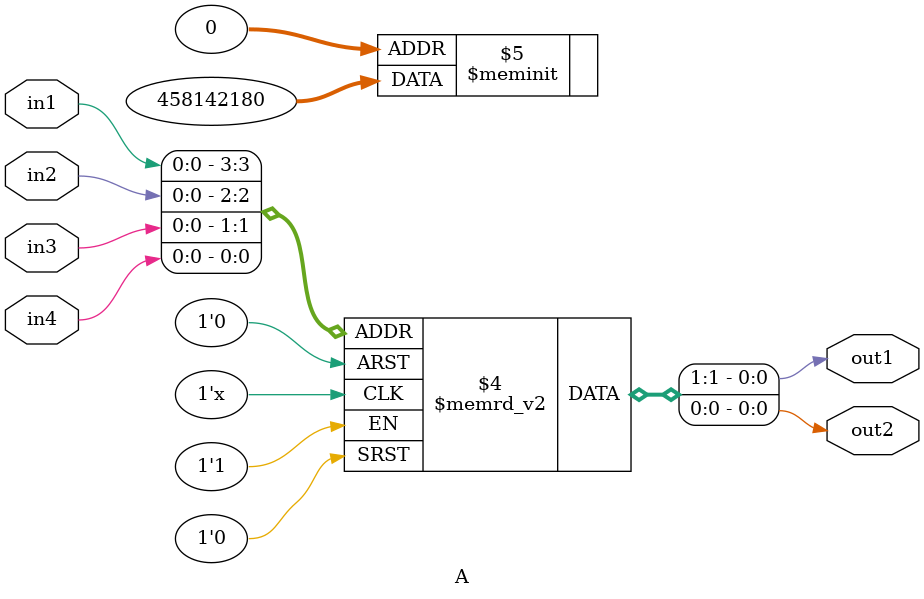
<source format=v>
module A(output out1, out2,  input in1, in2, in3, in4);
  reg r_out;
  assign out = r_out;
  always@(in1,in2,in3,in4)
    begin
      case({in1,in2,in3,in4})
        4'b0000: {out1,out2} = 2'b00;
        4'b0001: {out1,out2} = 2'b01;
        4'b0010: {out1,out2} = 2'b10;
        4'b0011: {out1,out2} = 2'b11;
        4'b0100: {out1,out2} = 2'b01;
        4'b0101: {out1,out2} = 2'b00;
        4'b0110: {out1,out2} = 2'b11;
        4'b0111: {out1,out2} = 2'b10;
        4'b1000: {out1,out2} = 2'b10;
        4'b1001: {out1,out2} = 2'b11;
        4'b1010: {out1,out2} = 2'b00;
        4'b1011: {out1,out2} = 2'b01;
        4'b1100: {out1,out2} = 2'b11;
        4'b1101: {out1,out2} = 2'b10;
        4'b1110: {out1,out2} = 2'b01;
        4'b1111: {out1,out2} = 2'b00;
      endcase
    end
endmodule

</source>
